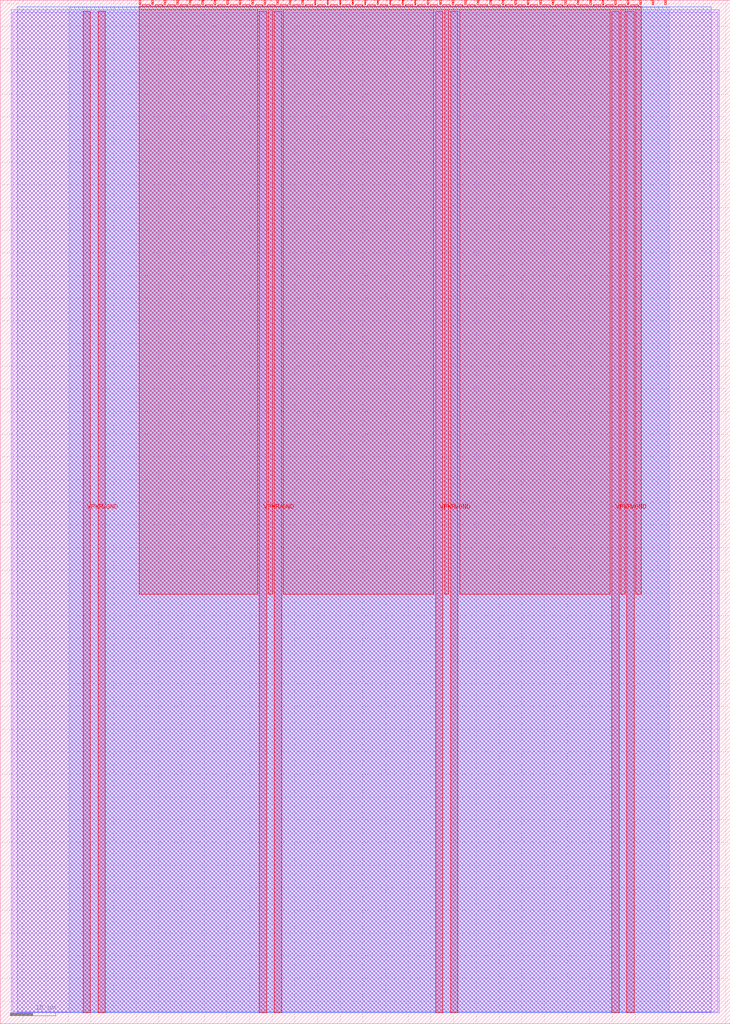
<source format=lef>
VERSION 5.7 ;
  NOWIREEXTENSIONATPIN ON ;
  DIVIDERCHAR "/" ;
  BUSBITCHARS "[]" ;
MACRO tt_um_pdm_correlator_arghunter
  CLASS BLOCK ;
  FOREIGN tt_um_pdm_correlator_arghunter ;
  ORIGIN 0.000 0.000 ;
  SIZE 161.000 BY 225.760 ;
  PIN VGND
    DIRECTION INOUT ;
    USE GROUND ;
    PORT
      LAYER met4 ;
        RECT 21.580 2.480 23.180 223.280 ;
    END
    PORT
      LAYER met4 ;
        RECT 60.450 2.480 62.050 223.280 ;
    END
    PORT
      LAYER met4 ;
        RECT 99.320 2.480 100.920 223.280 ;
    END
    PORT
      LAYER met4 ;
        RECT 138.190 2.480 139.790 223.280 ;
    END
  END VGND
  PIN VPWR
    DIRECTION INOUT ;
    USE POWER ;
    PORT
      LAYER met4 ;
        RECT 18.280 2.480 19.880 223.280 ;
    END
    PORT
      LAYER met4 ;
        RECT 57.150 2.480 58.750 223.280 ;
    END
    PORT
      LAYER met4 ;
        RECT 96.020 2.480 97.620 223.280 ;
    END
    PORT
      LAYER met4 ;
        RECT 134.890 2.480 136.490 223.280 ;
    END
  END VPWR
  PIN clk
    DIRECTION INPUT ;
    USE SIGNAL ;
    PORT
      LAYER met4 ;
        RECT 143.830 224.760 144.130 225.760 ;
    END
  END clk
  PIN ena
    DIRECTION INPUT ;
    USE SIGNAL ;
    PORT
      LAYER met4 ;
        RECT 146.590 224.760 146.890 225.760 ;
    END
  END ena
  PIN rst_n
    DIRECTION INPUT ;
    USE SIGNAL ;
    ANTENNAGATEAREA 0.159000 ;
    PORT
      LAYER met4 ;
        RECT 141.070 224.760 141.370 225.760 ;
    END
  END rst_n
  PIN ui_in[0]
    DIRECTION INPUT ;
    USE SIGNAL ;
    ANTENNAGATEAREA 0.196500 ;
    PORT
      LAYER met4 ;
        RECT 138.310 224.760 138.610 225.760 ;
    END
  END ui_in[0]
  PIN ui_in[1]
    DIRECTION INPUT ;
    USE SIGNAL ;
    ANTENNAGATEAREA 0.196500 ;
    PORT
      LAYER met4 ;
        RECT 135.550 224.760 135.850 225.760 ;
    END
  END ui_in[1]
  PIN ui_in[2]
    DIRECTION INPUT ;
    USE SIGNAL ;
    ANTENNAGATEAREA 0.196500 ;
    PORT
      LAYER met4 ;
        RECT 132.790 224.760 133.090 225.760 ;
    END
  END ui_in[2]
  PIN ui_in[3]
    DIRECTION INPUT ;
    USE SIGNAL ;
    ANTENNAGATEAREA 0.196500 ;
    PORT
      LAYER met4 ;
        RECT 130.030 224.760 130.330 225.760 ;
    END
  END ui_in[3]
  PIN ui_in[4]
    DIRECTION INPUT ;
    USE SIGNAL ;
    ANTENNAGATEAREA 0.196500 ;
    PORT
      LAYER met4 ;
        RECT 127.270 224.760 127.570 225.760 ;
    END
  END ui_in[4]
  PIN ui_in[5]
    DIRECTION INPUT ;
    USE SIGNAL ;
    PORT
      LAYER met4 ;
        RECT 124.510 224.760 124.810 225.760 ;
    END
  END ui_in[5]
  PIN ui_in[6]
    DIRECTION INPUT ;
    USE SIGNAL ;
    PORT
      LAYER met4 ;
        RECT 121.750 224.760 122.050 225.760 ;
    END
  END ui_in[6]
  PIN ui_in[7]
    DIRECTION INPUT ;
    USE SIGNAL ;
    PORT
      LAYER met4 ;
        RECT 118.990 224.760 119.290 225.760 ;
    END
  END ui_in[7]
  PIN uio_in[0]
    DIRECTION INPUT ;
    USE SIGNAL ;
    PORT
      LAYER met4 ;
        RECT 116.230 224.760 116.530 225.760 ;
    END
  END uio_in[0]
  PIN uio_in[1]
    DIRECTION INPUT ;
    USE SIGNAL ;
    PORT
      LAYER met4 ;
        RECT 113.470 224.760 113.770 225.760 ;
    END
  END uio_in[1]
  PIN uio_in[2]
    DIRECTION INPUT ;
    USE SIGNAL ;
    PORT
      LAYER met4 ;
        RECT 110.710 224.760 111.010 225.760 ;
    END
  END uio_in[2]
  PIN uio_in[3]
    DIRECTION INPUT ;
    USE SIGNAL ;
    PORT
      LAYER met4 ;
        RECT 107.950 224.760 108.250 225.760 ;
    END
  END uio_in[3]
  PIN uio_in[4]
    DIRECTION INPUT ;
    USE SIGNAL ;
    PORT
      LAYER met4 ;
        RECT 105.190 224.760 105.490 225.760 ;
    END
  END uio_in[4]
  PIN uio_in[5]
    DIRECTION INPUT ;
    USE SIGNAL ;
    PORT
      LAYER met4 ;
        RECT 102.430 224.760 102.730 225.760 ;
    END
  END uio_in[5]
  PIN uio_in[6]
    DIRECTION INPUT ;
    USE SIGNAL ;
    PORT
      LAYER met4 ;
        RECT 99.670 224.760 99.970 225.760 ;
    END
  END uio_in[6]
  PIN uio_in[7]
    DIRECTION INPUT ;
    USE SIGNAL ;
    PORT
      LAYER met4 ;
        RECT 96.910 224.760 97.210 225.760 ;
    END
  END uio_in[7]
  PIN uio_oe[0]
    DIRECTION OUTPUT ;
    USE SIGNAL ;
    ANTENNADIFFAREA 0.445500 ;
    PORT
      LAYER met4 ;
        RECT 49.990 224.760 50.290 225.760 ;
    END
  END uio_oe[0]
  PIN uio_oe[1]
    DIRECTION OUTPUT ;
    USE SIGNAL ;
    ANTENNADIFFAREA 0.445500 ;
    PORT
      LAYER met4 ;
        RECT 47.230 224.760 47.530 225.760 ;
    END
  END uio_oe[1]
  PIN uio_oe[2]
    DIRECTION OUTPUT ;
    USE SIGNAL ;
    ANTENNADIFFAREA 0.445500 ;
    PORT
      LAYER met4 ;
        RECT 44.470 224.760 44.770 225.760 ;
    END
  END uio_oe[2]
  PIN uio_oe[3]
    DIRECTION OUTPUT ;
    USE SIGNAL ;
    ANTENNADIFFAREA 0.445500 ;
    PORT
      LAYER met4 ;
        RECT 41.710 224.760 42.010 225.760 ;
    END
  END uio_oe[3]
  PIN uio_oe[4]
    DIRECTION OUTPUT ;
    USE SIGNAL ;
    ANTENNADIFFAREA 0.445500 ;
    PORT
      LAYER met4 ;
        RECT 38.950 224.760 39.250 225.760 ;
    END
  END uio_oe[4]
  PIN uio_oe[5]
    DIRECTION OUTPUT ;
    USE SIGNAL ;
    ANTENNADIFFAREA 0.445500 ;
    PORT
      LAYER met4 ;
        RECT 36.190 224.760 36.490 225.760 ;
    END
  END uio_oe[5]
  PIN uio_oe[6]
    DIRECTION OUTPUT ;
    USE SIGNAL ;
    ANTENNADIFFAREA 0.445500 ;
    PORT
      LAYER met4 ;
        RECT 33.430 224.760 33.730 225.760 ;
    END
  END uio_oe[6]
  PIN uio_oe[7]
    DIRECTION OUTPUT ;
    USE SIGNAL ;
    ANTENNADIFFAREA 0.445500 ;
    PORT
      LAYER met4 ;
        RECT 30.670 224.760 30.970 225.760 ;
    END
  END uio_oe[7]
  PIN uio_out[0]
    DIRECTION OUTPUT ;
    USE SIGNAL ;
    ANTENNADIFFAREA 0.795200 ;
    PORT
      LAYER met4 ;
        RECT 72.070 224.760 72.370 225.760 ;
    END
  END uio_out[0]
  PIN uio_out[1]
    DIRECTION OUTPUT ;
    USE SIGNAL ;
    ANTENNADIFFAREA 0.445500 ;
    PORT
      LAYER met4 ;
        RECT 69.310 224.760 69.610 225.760 ;
    END
  END uio_out[1]
  PIN uio_out[2]
    DIRECTION OUTPUT ;
    USE SIGNAL ;
    ANTENNADIFFAREA 0.445500 ;
    PORT
      LAYER met4 ;
        RECT 66.550 224.760 66.850 225.760 ;
    END
  END uio_out[2]
  PIN uio_out[3]
    DIRECTION OUTPUT ;
    USE SIGNAL ;
    ANTENNADIFFAREA 0.445500 ;
    PORT
      LAYER met4 ;
        RECT 63.790 224.760 64.090 225.760 ;
    END
  END uio_out[3]
  PIN uio_out[4]
    DIRECTION OUTPUT ;
    USE SIGNAL ;
    ANTENNADIFFAREA 0.445500 ;
    PORT
      LAYER met4 ;
        RECT 61.030 224.760 61.330 225.760 ;
    END
  END uio_out[4]
  PIN uio_out[5]
    DIRECTION OUTPUT ;
    USE SIGNAL ;
    ANTENNADIFFAREA 0.445500 ;
    PORT
      LAYER met4 ;
        RECT 58.270 224.760 58.570 225.760 ;
    END
  END uio_out[5]
  PIN uio_out[6]
    DIRECTION OUTPUT ;
    USE SIGNAL ;
    ANTENNADIFFAREA 0.445500 ;
    PORT
      LAYER met4 ;
        RECT 55.510 224.760 55.810 225.760 ;
    END
  END uio_out[6]
  PIN uio_out[7]
    DIRECTION OUTPUT ;
    USE SIGNAL ;
    ANTENNADIFFAREA 0.445500 ;
    PORT
      LAYER met4 ;
        RECT 52.750 224.760 53.050 225.760 ;
    END
  END uio_out[7]
  PIN uo_out[0]
    DIRECTION OUTPUT ;
    USE SIGNAL ;
    ANTENNAGATEAREA 1.116000 ;
    ANTENNADIFFAREA 0.891000 ;
    PORT
      LAYER met4 ;
        RECT 94.150 224.760 94.450 225.760 ;
    END
  END uo_out[0]
  PIN uo_out[1]
    DIRECTION OUTPUT ;
    USE SIGNAL ;
    ANTENNAGATEAREA 0.994500 ;
    ANTENNADIFFAREA 0.891000 ;
    PORT
      LAYER met4 ;
        RECT 91.390 224.760 91.690 225.760 ;
    END
  END uo_out[1]
  PIN uo_out[2]
    DIRECTION OUTPUT ;
    USE SIGNAL ;
    ANTENNAGATEAREA 0.625500 ;
    ANTENNADIFFAREA 0.891000 ;
    PORT
      LAYER met4 ;
        RECT 88.630 224.760 88.930 225.760 ;
    END
  END uo_out[2]
  PIN uo_out[3]
    DIRECTION OUTPUT ;
    USE SIGNAL ;
    ANTENNAGATEAREA 0.994500 ;
    ANTENNADIFFAREA 0.891000 ;
    PORT
      LAYER met4 ;
        RECT 85.870 224.760 86.170 225.760 ;
    END
  END uo_out[3]
  PIN uo_out[4]
    DIRECTION OUTPUT ;
    USE SIGNAL ;
    ANTENNAGATEAREA 1.116000 ;
    ANTENNADIFFAREA 0.891000 ;
    PORT
      LAYER met4 ;
        RECT 83.110 224.760 83.410 225.760 ;
    END
  END uo_out[4]
  PIN uo_out[5]
    DIRECTION OUTPUT ;
    USE SIGNAL ;
    ANTENNAGATEAREA 0.873000 ;
    ANTENNADIFFAREA 0.891000 ;
    PORT
      LAYER met4 ;
        RECT 80.350 224.760 80.650 225.760 ;
    END
  END uo_out[5]
  PIN uo_out[6]
    DIRECTION OUTPUT ;
    USE SIGNAL ;
    ANTENNAGATEAREA 0.747000 ;
    ANTENNADIFFAREA 0.891000 ;
    PORT
      LAYER met4 ;
        RECT 77.590 224.760 77.890 225.760 ;
    END
  END uo_out[6]
  PIN uo_out[7]
    DIRECTION OUTPUT ;
    USE SIGNAL ;
    ANTENNAGATEAREA 0.495000 ;
    ANTENNADIFFAREA 0.891000 ;
    PORT
      LAYER met4 ;
        RECT 74.830 224.760 75.130 225.760 ;
    END
  END uo_out[7]
  OBS
      LAYER li1 ;
        RECT 2.760 2.635 158.240 223.125 ;
      LAYER met1 ;
        RECT 2.460 2.480 158.540 223.680 ;
      LAYER met2 ;
        RECT 3.780 2.535 156.760 224.245 ;
      LAYER met3 ;
        RECT 15.245 2.555 147.595 224.225 ;
      LAYER met4 ;
        RECT 31.370 224.360 33.030 224.760 ;
        RECT 34.130 224.360 35.790 224.760 ;
        RECT 36.890 224.360 38.550 224.760 ;
        RECT 39.650 224.360 41.310 224.760 ;
        RECT 42.410 224.360 44.070 224.760 ;
        RECT 45.170 224.360 46.830 224.760 ;
        RECT 47.930 224.360 49.590 224.760 ;
        RECT 50.690 224.360 52.350 224.760 ;
        RECT 53.450 224.360 55.110 224.760 ;
        RECT 56.210 224.360 57.870 224.760 ;
        RECT 58.970 224.360 60.630 224.760 ;
        RECT 61.730 224.360 63.390 224.760 ;
        RECT 64.490 224.360 66.150 224.760 ;
        RECT 67.250 224.360 68.910 224.760 ;
        RECT 70.010 224.360 71.670 224.760 ;
        RECT 72.770 224.360 74.430 224.760 ;
        RECT 75.530 224.360 77.190 224.760 ;
        RECT 78.290 224.360 79.950 224.760 ;
        RECT 81.050 224.360 82.710 224.760 ;
        RECT 83.810 224.360 85.470 224.760 ;
        RECT 86.570 224.360 88.230 224.760 ;
        RECT 89.330 224.360 90.990 224.760 ;
        RECT 92.090 224.360 93.750 224.760 ;
        RECT 94.850 224.360 96.510 224.760 ;
        RECT 97.610 224.360 99.270 224.760 ;
        RECT 100.370 224.360 102.030 224.760 ;
        RECT 103.130 224.360 104.790 224.760 ;
        RECT 105.890 224.360 107.550 224.760 ;
        RECT 108.650 224.360 110.310 224.760 ;
        RECT 111.410 224.360 113.070 224.760 ;
        RECT 114.170 224.360 115.830 224.760 ;
        RECT 116.930 224.360 118.590 224.760 ;
        RECT 119.690 224.360 121.350 224.760 ;
        RECT 122.450 224.360 124.110 224.760 ;
        RECT 125.210 224.360 126.870 224.760 ;
        RECT 127.970 224.360 129.630 224.760 ;
        RECT 130.730 224.360 132.390 224.760 ;
        RECT 133.490 224.360 135.150 224.760 ;
        RECT 136.250 224.360 137.910 224.760 ;
        RECT 139.010 224.360 140.670 224.760 ;
        RECT 30.655 223.680 141.385 224.360 ;
        RECT 30.655 94.695 56.750 223.680 ;
        RECT 59.150 94.695 60.050 223.680 ;
        RECT 62.450 94.695 95.620 223.680 ;
        RECT 98.020 94.695 98.920 223.680 ;
        RECT 101.320 94.695 134.490 223.680 ;
        RECT 136.890 94.695 137.790 223.680 ;
        RECT 140.190 94.695 141.385 223.680 ;
  END
END tt_um_pdm_correlator_arghunter
END LIBRARY


</source>
